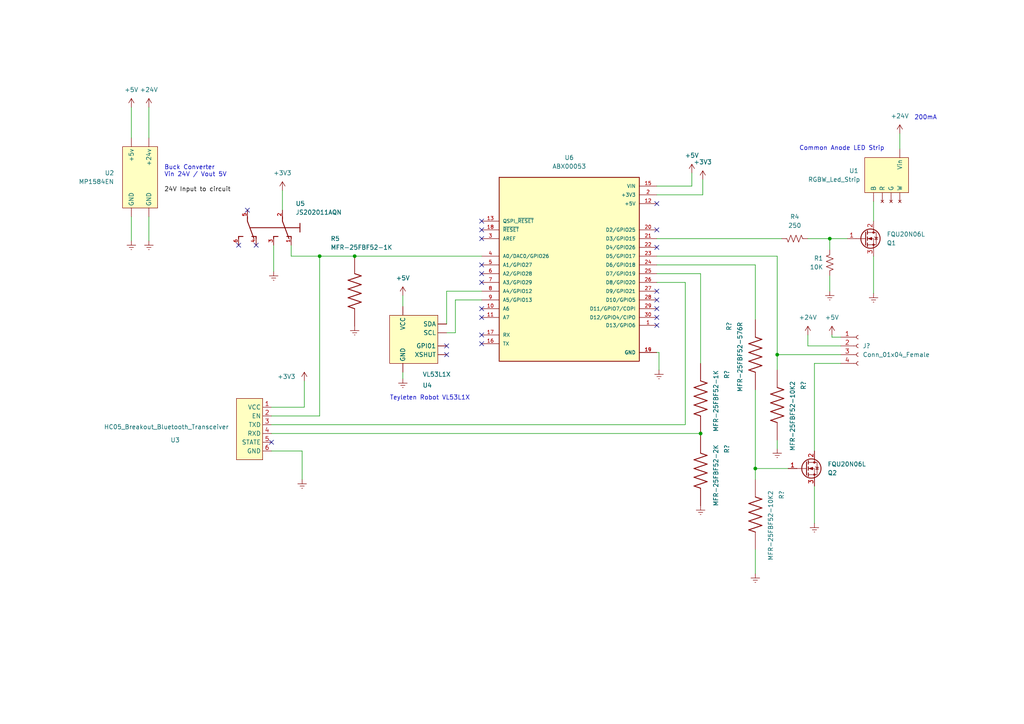
<source format=kicad_sch>
(kicad_sch (version 20211123) (generator eeschema)
  (paper "A4")
  (lib_symbols
    (symbol "+3.3V_1" (power) (pin_names (offset 0))
      (property "Value" "+3.3" (at 0 5.08 0))
      (symbol "+3.3V_1_0_1"
        (polyline (pts (xy -0.762 1.27) (xy 0 2.54)))
        (polyline (pts (xy 0 0) (xy 0 2.54)))
        (polyline (pts (xy 0 2.54) (xy 0.762 1.27)))
      )
      (symbol "+3.3V_1_1_1"
        (pin power_in line (at 0 0 90) (length 0) hide (name "+3V3") (number "1"))
      )
    )
    (symbol "Connector:Conn_01x04_Female" (pin_names (offset 1.016) hide)
      (property "Reference" "J" (at 0 5.08 0))
      (property "Value" "Conn_01x04_Female" (at 0 -7.62 0))
      (symbol "Conn_01x04_Female_1_1"
        (arc (start 0 -4.572) (mid -0.508 -5.08) (end 0 -5.588) (stroke (width 0.1524)))
        (arc (start 0 -2.032) (mid -0.508 -2.54) (end 0 -3.048) (stroke (width 0.1524)))
        (polyline (pts (xy -1.27 -5.08) (xy -0.508 -5.08)) (stroke (width 0.1524)))
        (polyline (pts (xy -1.27 -2.54) (xy -0.508 -2.54)) (stroke (width 0.1524)))
        (polyline (pts (xy -1.27 0) (xy -0.508 0)) (stroke (width 0.1524)))
        (polyline (pts (xy -1.27 2.54) (xy -0.508 2.54)) (stroke (width 0.1524)))
        (arc (start 0 0.508) (mid -0.508 0) (end 0 -0.508) (stroke (width 0.1524)))
        (arc (start 0 3.048) (mid -0.508 2.54) (end 0 2.032) (stroke (width 0.1524)))
        (pin passive line (at -5.08 2.54 0) (length 3.81) (name "Pin_1") (number "1"))
        (pin passive line (at -5.08 0 0) (length 3.81) (name "Pin_2") (number "2"))
        (pin passive line (at -5.08 -2.54 0) (length 3.81) (name "Pin_3") (number "3"))
        (pin passive line (at -5.08 -5.08 0) (length 3.81) (name "Pin_4") (number "4"))
      )
    )
    (symbol "Device:Q_NMOS_DGS" (pin_names (offset 0) hide)
      (property "Reference" "Q1" (at 6.35 -1.27 0))
      (property "Value" "FQU20N06L" (at 6.35 1.27 0))
      (symbol "Q_NMOS_DGS_0_1"
        (polyline (pts (xy 0.254 0) (xy -2.54 0)))
        (polyline (pts (xy 0.254 1.905) (xy 0.254 -1.905)) (stroke (width 0.254)))
        (polyline (pts (xy 0.762 -1.27) (xy 0.762 -2.286)) (stroke (width 0.254)))
        (polyline (pts (xy 0.762 0.508) (xy 0.762 -0.508)) (stroke (width 0.254)))
        (polyline (pts (xy 0.762 2.286) (xy 0.762 1.27)) (stroke (width 0.254)))
        (polyline (pts (xy 2.54 2.54) (xy 2.54 1.778)))
        (polyline (pts (xy 2.54 -2.54) (xy 2.54 0) (xy 0.762 0)))
        (polyline (pts (xy 0.762 -1.778) (xy 3.302 -1.778) (xy 3.302 1.778) (xy 0.762 1.778)))
        (polyline (pts (xy 1.016 0) (xy 2.032 0.381) (xy 2.032 -0.381) (xy 1.016 0)) (fill (type outline)))
        (polyline (pts (xy 2.794 0.508) (xy 2.921 0.381) (xy 3.683 0.381) (xy 3.81 0.254)))
        (polyline (pts (xy 3.302 0.381) (xy 2.921 -0.254) (xy 3.683 -0.254) (xy 3.302 0.381)))
        (circle (center 1.651 0) (radius 2.794) (stroke (width 0.254)))
        (circle (center 2.54 -1.778) (radius 0.254) (fill (type outline)))
        (circle (center 2.54 1.778) (radius 0.254) (fill (type outline)))
      )
      (symbol "Q_NMOS_DGS_1_1"
        (pin input line (at -5.08 0 0) (length 2.54) (name "G") (number "1"))
        (pin passive line (at 2.54 5.08 270) (length 2.54) (name "D") (number "2"))
        (pin passive line (at 2.54 -5.08 90) (length 2.54) (name "S") (number "3"))
      )
    )
    (symbol "Device:R_US" (pin_numbers hide) (pin_names (offset 0))
      (property "Reference" "R" (at 2.54 0 90))
      (property "Value" "R_US" (at -2.54 0 90))
      (symbol "R_US_0_1"
        (polyline (pts (xy 0 -2.286) (xy 0 -2.54)))
        (polyline (pts (xy 0 2.286) (xy 0 2.54)))
        (polyline (pts (xy 0 -0.762) (xy 1.016 -1.143) (xy 0 -1.524) (xy -1.016 -1.905) (xy 0 -2.286)))
        (polyline (pts (xy 0 0.762) (xy 1.016 0.381) (xy 0 0) (xy -1.016 -0.381) (xy 0 -0.762)))
        (polyline (pts (xy 0 2.286) (xy 1.016 1.905) (xy 0 1.524) (xy -1.016 1.143) (xy 0 0.762)))
      )
      (symbol "R_US_1_1"
        (pin passive line (at 0 3.81 270) (length 1.27) (name "~") (number "1"))
        (pin passive line (at 0 -3.81 90) (length 1.27) (name "~") (number "2"))
      )
    )
    (symbol "New_Library:MP1584EN"
      (property "Reference" "U2" (at -8.89 0 0))
      (property "Value" "MP1584EN" (at -12.7 -2.54 0))
      (symbol "MP1584EN_0_1"
        (rectangle (start -5.08 7.62) (end 5.08 -10.16) (fill (type background)))
      )
      (symbol "MP1584EN_1_1"
        (pin input line (at 2.54 10.16 270) (length 2.54) (name "+24v") (number ""))
        (pin input line (at -2.54 10.16 270) (length 2.54) (name "+5v") (number ""))
        (pin input line (at -2.54 -12.7 90) (length 2.54) (name "GND") (number ""))
        (pin input line (at 2.54 -12.7 90) (length 2.54) (name "GND") (number ""))
      )
    )
    (symbol "New_Library:RGBW_Led_Strip"
      (property "Reference" "U1" (at -12.7 3.175 90))
      (property "Value" "RGBW_Led_Strip" (at -8.89 0 90))
      (symbol "RGBW_Led_Strip_0_1"
        (rectangle (start -5.08 3.81) (end 7.62 -6.35) (fill (type background)))
      )
      (symbol "RGBW_Led_Strip_1_1"
        (pin power_out line (at 5.08 -8.89 90) (length 2.54) (name "B") (number ""))
        (pin no_connect line (at 0 -8.89 90) (length 2.54) (name "G") (number ""))
        (pin no_connect line (at 2.54 -8.89 90) (length 2.54) (name "R") (number ""))
        (pin power_in line (at -2.54 6.35 270) (length 2.54) (name "Vin") (number ""))
        (pin no_connect line (at -2.54 -8.89 90) (length 2.54) (name "W") (number ""))
      )
    )
    (symbol "New_Library:VL53L1X"
      (property "Reference" "U4" (at -3.175 -26.67 0))
      (property "Value" "VL53L1X" (at -3.175 -23.495 0))
      (symbol "VL53L1X_0_1"
        (rectangle (start -12.7 -6.35) (end 1.27 -20.32) (fill (type background)))
      )
      (symbol "VL53L1X_1_1"
        (pin power_in line (at -8.89 -22.86 90) (length 2.54) (name "GND") (number ""))
        (pin input line (at 3.81 -15.24 180) (length 2.54) (name "GPI01") (number ""))
        (pin input line (at 3.81 -11.43 180) (length 2.54) (name "SCL") (number ""))
        (pin bidirectional line (at 3.81 -8.89 180) (length 2.54) (name "SDA") (number ""))
        (pin power_in line (at -8.89 -3.81 270) (length 2.54) (name "VCC") (number ""))
        (pin input line (at 3.81 -17.78 180) (length 2.54) (name "XSHUT") (number ""))
      )
    )
    (symbol "PrezenzQ:HC05_Breakout_Bluetooth_Transceiver"
      (property "Reference" "U?" (at -25.4 -15.875 0))
      (property "Value" "HC05_Breakout_Bluetooth_Transceiver" (at -27.94 -12.065 0))
      (symbol "HC05_Breakout_Bluetooth_Transceiver_0_1"
        (rectangle (start -7.62 -3.81) (end 0 -21.59) (fill (type background)))
      )
      (symbol "HC05_Breakout_Bluetooth_Transceiver_1_1"
        (pin power_in line (at 2.54 -6.35 180) (length 2.54) (name "VCC") (number "1"))
        (pin input line (at 2.54 -8.89 180) (length 2.54) (name "EN") (number "2"))
        (pin output line (at 2.54 -11.43 180) (length 2.54) (name "TXD") (number "3"))
        (pin input line (at 2.54 -13.97 180) (length 2.54) (name "RXD") (number "4"))
        (pin input line (at 2.54 -16.51 180) (length 2.54) (name "STATE") (number "5"))
        (pin power_in line (at 2.54 -19.05 180) (length 2.54) (name "GND") (number "6"))
      )
    )
    (symbol "SnapEDA-Library:ABX00053" (pin_names (offset 1.016))
      (property "Reference" "U" (at -20.32 26.289 0))
      (property "Value" "ABX00053" (at -20.32 -30.48 0))
      (symbol "ABX00053_0_0"
        (rectangle (start -20.32 -27.94) (end 20.32 25.4) (stroke (width 0.254)) (fill (type background)))
        (pin bidirectional line (at 25.4 -17.526 180) (length 5.08) (name "D13/GPIO6") (number "1"))
        (pin bidirectional line (at -25.4 -12.7 0) (length 5.08) (name "A6") (number "10"))
        (pin bidirectional line (at -25.4 -15.24 0) (length 5.08) (name "A7") (number "11"))
        (pin power_in line (at 25.4 17.78 180) (length 5.08) (name "+5V") (number "12"))
        (pin input line (at -25.4 12.7 0) (length 5.08) (name "QSPI_~{RESET}") (number "13"))
        (pin power_in line (at 25.4 -25.4 180) (length 5.08) (name "GND") (number "14"))
        (pin power_in line (at 25.4 22.86 180) (length 5.08) (name "VIN") (number "15"))
        (pin bidirectional line (at -25.4 -22.86 0) (length 5.08) (name "TX") (number "16"))
        (pin bidirectional line (at -25.4 -20.32 0) (length 5.08) (name "RX") (number "17"))
        (pin input line (at -25.4 10.16 0) (length 5.08) (name "~{RESET}") (number "18"))
        (pin power_in line (at 25.4 -25.4 180) (length 5.08) (name "GND") (number "19"))
        (pin power_in line (at 25.4 20.32 180) (length 5.08) (name "+3V3") (number "2"))
        (pin bidirectional line (at 25.4 10.16 180) (length 5.08) (name "D2/GPIO25") (number "20"))
        (pin bidirectional line (at 25.4 7.62 180) (length 5.08) (name "D3/GPIO15") (number "21"))
        (pin bidirectional line (at 25.4 5.08 180) (length 5.08) (name "D4/GPIO26") (number "22"))
        (pin bidirectional line (at 25.4 2.54 180) (length 5.08) (name "D5/GPIO17") (number "23"))
        (pin bidirectional line (at 25.4 0 180) (length 5.08) (name "D6/GPIO18") (number "24"))
        (pin bidirectional line (at 25.4 -2.54 180) (length 5.08) (name "D7/GPIO19") (number "25"))
        (pin bidirectional line (at 25.4 -5.08 180) (length 5.08) (name "D8/GPIO20") (number "26"))
        (pin bidirectional line (at 25.4 -7.62 180) (length 5.08) (name "D9/GPIO21") (number "27"))
        (pin bidirectional line (at 25.4 -10.16 180) (length 5.08) (name "D10/GPIO5") (number "28"))
        (pin bidirectional line (at 25.4 -12.7 180) (length 5.08) (name "D11/GPIO7/COPI") (number "29"))
        (pin bidirectional line (at -25.4 7.62 0) (length 5.08) (name "AREF") (number "3"))
        (pin bidirectional line (at 25.4 -15.24 180) (length 5.08) (name "D12/GPIO4/CIPO") (number "30"))
        (pin bidirectional line (at -25.4 2.54 0) (length 5.08) (name "A0/DAC0/GPIO26") (number "4"))
        (pin bidirectional line (at -25.4 0 0) (length 5.08) (name "A1/GPIO27") (number "5"))
        (pin bidirectional line (at -25.4 -2.54 0) (length 5.08) (name "A2/GPIO28") (number "6"))
        (pin bidirectional line (at -25.4 -5.08 0) (length 5.08) (name "A3/GPIO29") (number "7"))
        (pin bidirectional line (at -25.4 -7.62 0) (length 5.08) (name "A4/GPIO12") (number "8"))
        (pin bidirectional line (at -25.4 -10.16 0) (length 5.08) (name "A5/GPIO13") (number "9"))
      )
    )
    (symbol "SnapEDA-Library:JS202011AQN" (pin_names (offset 1.016) hide)
      (property "Reference" "U" (at 15.24 -2.54 90))
      (property "Value" "JS202011AQN" (at 17.78 -2.54 90))
      (symbol "JS202011AQN_0_0"
        (polyline (pts (xy -5.08 1.27) (xy -5.08 -1.27)) (stroke (width 0.254)))
        (polyline (pts (xy -2.54 2.54) (xy -2.54 3.175)) (stroke (width 0.254)))
        (polyline (pts (xy -2.54 2.54) (xy -1.27 2.54)) (stroke (width 0.254)))
        (polyline (pts (xy 0 -3.175) (xy 0 -1.905)) (stroke (width 0.254)))
        (polyline (pts (xy 0 -1.905) (xy -1.905 3.175)) (stroke (width 0.254)))
        (polyline (pts (xy 1.27 2.54) (xy 2.54 2.54)) (stroke (width 0.254)))
        (polyline (pts (xy 2.54 2.54) (xy 2.54 3.175)) (stroke (width 0.254)))
        (polyline (pts (xy 7.62 2.54) (xy 7.62 3.175)) (stroke (width 0.254)))
        (polyline (pts (xy 7.62 2.54) (xy 8.89 2.54)) (stroke (width 0.254)))
        (polyline (pts (xy 9.398 0) (xy -5.08 0)) (stroke (width 0.254)))
        (polyline (pts (xy 10.16 -3.175) (xy 10.16 -1.905)) (stroke (width 0.254)))
        (polyline (pts (xy 10.16 -1.905) (xy 8.255 3.175)) (stroke (width 0.254)))
        (polyline (pts (xy 11.43 2.54) (xy 12.7 2.54)) (stroke (width 0.254)))
        (polyline (pts (xy 12.7 2.54) (xy 12.7 3.175)) (stroke (width 0.254)))
        (pin passive line (at -2.54 5.08 270) (length 2.54) (name "~") (number "1"))
        (pin passive line (at 0 -5.08 90) (length 2.54) (name "~") (number "2"))
        (pin passive line (at 2.54 5.08 270) (length 2.54) (name "~") (number "3"))
        (pin passive line (at 7.62 5.08 270) (length 2.54) (name "~") (number "4"))
        (pin passive line (at 10.16 -5.08 90) (length 2.54) (name "~") (number "5"))
        (pin passive line (at 12.7 5.08 270) (length 2.54) (name "~") (number "6"))
      )
    )
    (symbol "SnapEDA-Library:MFR-25FBF52-1K" (pin_numbers hide) (pin_names (offset 1.016) hide)
      (property "Reference" "R" (at -7.62 2.54 0))
      (property "Value" "MFR-25FBF52-1K" (at -7.62 -5.08 0))
      (symbol "MFR-25FBF52-1K_0_0"
        (polyline (pts (xy -5.08 0) (xy -4.445 1.905)) (stroke (width 0.254)))
        (polyline (pts (xy -4.445 1.905) (xy -3.175 -1.905)) (stroke (width 0.254)))
        (polyline (pts (xy -3.175 -1.905) (xy -1.905 1.905)) (stroke (width 0.254)))
        (polyline (pts (xy -1.905 1.905) (xy -0.635 -1.905)) (stroke (width 0.254)))
        (polyline (pts (xy -0.635 -1.905) (xy 0.635 1.905)) (stroke (width 0.254)))
        (polyline (pts (xy 0.635 1.905) (xy 1.905 -1.905)) (stroke (width 0.254)))
        (polyline (pts (xy 1.905 -1.905) (xy 3.175 1.905)) (stroke (width 0.254)))
        (polyline (pts (xy 3.175 1.905) (xy 4.445 -1.905)) (stroke (width 0.254)))
        (polyline (pts (xy 4.445 -1.905) (xy 5.08 0)) (stroke (width 0.254)))
        (pin passive line (at -10.16 0 0) (length 5.08) (name "~") (number "1"))
        (pin passive line (at 10.16 0 180) (length 5.08) (name "~") (number "2"))
      )
    )
    (symbol "power:+24V" (power) (pin_names (offset 0))
      (property "Value" "+24V" (at 0 3.556 0))
      (symbol "+24V_0_1"
        (polyline (pts (xy -0.762 1.27) (xy 0 2.54)))
        (polyline (pts (xy 0 0) (xy 0 2.54)))
        (polyline (pts (xy 0 2.54) (xy 0.762 1.27)))
      )
      (symbol "+24V_1_1"
        (pin power_in line (at 0 0 90) (length 0) hide (name "+24V") (number "1"))
      )
    )
    (symbol "power:+3.3V" (power) (pin_names (offset 0))
      (property "Value" "+3.3V" (at 0 3.556 0))
      (symbol "+3.3V_0_1"
        (polyline (pts (xy -0.762 1.27) (xy 0 2.54)))
        (polyline (pts (xy 0 0) (xy 0 2.54)))
        (polyline (pts (xy 0 2.54) (xy 0.762 1.27)))
      )
      (symbol "+3.3V_1_1"
        (pin power_in line (at 0 0 90) (length 0) hide (name "+3V3") (number "1"))
      )
    )
    (symbol "power:+5V" (power) (pin_names (offset 0))
      (property "Value" "+5V" (at 0 3.556 0))
      (symbol "+5V_0_1"
        (polyline (pts (xy -0.762 1.27) (xy 0 2.54)))
        (polyline (pts (xy 0 0) (xy 0 2.54)))
        (polyline (pts (xy 0 2.54) (xy 0.762 1.27)))
      )
      (symbol "+5V_1_1"
        (pin power_in line (at 0 0 90) (length 0) hide (name "+5V") (number "1"))
      )
    )
    (symbol "power:Earth" (power) (pin_names (offset 0))
      (symbol "Earth_0_1"
        (polyline (pts (xy -0.635 -1.905) (xy 0.635 -1.905)))
        (polyline (pts (xy -0.127 -2.54) (xy 0.127 -2.54)))
        (polyline (pts (xy 0 -1.27) (xy 0 0)))
        (polyline (pts (xy 1.27 -1.27) (xy -1.27 -1.27)))
      )
      (symbol "Earth_1_1"
        (pin power_in line (at 0 0 270) (length 0) hide (name "Earth") (number "1"))
      )
    )
  )
  (junction (at 203.2 125.73))
  (junction (at 225.425 102.87))
  (junction (at 240.665 69.215))
  (junction (at 92.71 74.295))
  (junction (at 102.87 74.295))
  (junction (at 219.075 135.89))
  (no_connect (at 69.215 71.12))
  (no_connect (at 74.295 71.12))
  (no_connect (at 71.755 60.96))
  (no_connect (at 139.7 97.155))
  (no_connect (at 139.7 92.075))
  (no_connect (at 139.7 89.535))
  (no_connect (at 139.7 99.695))
  (no_connect (at 139.7 81.915))
  (no_connect (at 139.7 79.375))
  (no_connect (at 139.7 76.835))
  (no_connect (at 139.7 66.675))
  (no_connect (at 139.7 69.215))
  (no_connect (at 139.7 64.135))
  (no_connect (at 190.5 59.055))
  (no_connect (at 190.5 71.755))
  (no_connect (at 190.5 84.455))
  (no_connect (at 190.5 86.995))
  (no_connect (at 190.5 89.535))
  (no_connect (at 190.5 92.075))
  (no_connect (at 190.5 66.675))
  (no_connect (at 78.74 128.27))
  (no_connect (at 129.54 102.87))
  (no_connect (at 129.54 100.33))
  (no_connect (at 190.5 94.361))
  (wire (pts (xy 92.71 74.295) (xy 84.455 74.295)))
  (wire (pts (xy 240.665 80.01) (xy 240.665 84.455)))
  (wire (pts (xy 43.18 62.865) (xy 43.18 69.85)))
  (wire (pts (xy 81.915 55.245) (xy 81.915 60.96)))
  (wire (pts (xy 219.075 76.835) (xy 219.075 92.71)))
  (wire (pts (xy 234.315 100.33) (xy 234.315 97.155)))
  (wire (pts (xy 219.075 139.065) (xy 219.075 135.89)))
  (wire (pts (xy 191.135 102.235) (xy 191.135 107.315)))
  (wire (pts (xy 198.755 81.915) (xy 198.755 123.19)))
  (wire (pts (xy 236.22 105.41) (xy 243.84 105.41)))
  (wire (pts (xy 78.74 120.65) (xy 92.71 120.65)))
  (wire (pts (xy 225.425 102.87) (xy 225.425 107.315)))
  (wire (pts (xy 260.985 38.735) (xy 260.985 43.18)))
  (wire (pts (xy 190.5 102.235) (xy 191.135 102.235)))
  (wire (pts (xy 225.425 74.295) (xy 225.425 102.87)))
  (wire (pts (xy 38.1 62.865) (xy 38.1 69.85)))
  (wire (pts (xy 79.375 71.12) (xy 79.375 78.74)))
  (wire (pts (xy 78.74 125.73) (xy 203.2 125.73)))
  (wire (pts (xy 129.54 84.455) (xy 129.54 93.98)))
  (wire (pts (xy 219.075 135.89) (xy 228.6 135.89)))
  (wire (pts (xy 87.63 130.81) (xy 87.63 139.065)))
  (wire (pts (xy 203.2 126.365) (xy 203.2 125.73)))
  (wire (pts (xy 253.365 74.295) (xy 253.365 85.09)))
  (wire (pts (xy 139.7 74.295) (xy 102.87 74.295)))
  (wire (pts (xy 116.84 88.9) (xy 116.84 85.725)))
  (wire (pts (xy 219.075 113.03) (xy 219.075 135.89)))
  (wire (pts (xy 241.3 97.79) (xy 241.3 97.155)))
  (wire (pts (xy 190.5 56.515) (xy 203.835 56.515)))
  (wire (pts (xy 203.835 56.515) (xy 203.835 52.07)))
  (wire (pts (xy 88.265 110.49) (xy 88.265 118.11)))
  (wire (pts (xy 139.7 84.455) (xy 129.54 84.455)))
  (wire (pts (xy 203.2 79.375) (xy 190.5 79.375)))
  (wire (pts (xy 240.665 72.39) (xy 240.665 69.215)))
  (wire (pts (xy 236.22 140.97) (xy 236.22 151.765)))
  (wire (pts (xy 219.075 159.385) (xy 219.075 166.37)))
  (wire (pts (xy 200.66 53.975) (xy 190.5 53.975)))
  (wire (pts (xy 190.5 69.215) (xy 226.695 69.215)))
  (wire (pts (xy 92.71 74.295) (xy 92.71 120.65)))
  (wire (pts (xy 200.66 53.975) (xy 200.66 50.165)))
  (wire (pts (xy 190.5 76.835) (xy 219.075 76.835)))
  (wire (pts (xy 78.74 123.19) (xy 198.755 123.19)))
  (wire (pts (xy 225.425 127.635) (xy 225.425 130.175)))
  (wire (pts (xy 92.71 74.295) (xy 102.87 74.295)))
  (wire (pts (xy 132.08 96.52) (xy 132.08 86.995)))
  (wire (pts (xy 203.2 79.375) (xy 203.2 105.41)))
  (wire (pts (xy 241.3 97.79) (xy 243.84 97.79)))
  (wire (pts (xy 132.08 86.995) (xy 139.7 86.995)))
  (wire (pts (xy 190.5 74.295) (xy 225.425 74.295)))
  (wire (pts (xy 84.455 71.12) (xy 84.455 74.295)))
  (wire (pts (xy 225.425 102.87) (xy 243.84 102.87)))
  (wire (pts (xy 236.22 105.41) (xy 236.22 130.81)))
  (wire (pts (xy 243.84 100.33) (xy 234.315 100.33)))
  (wire (pts (xy 240.665 69.215) (xy 234.315 69.215)))
  (wire (pts (xy 88.265 118.11) (xy 78.74 118.11)))
  (wire (pts (xy 43.18 31.115) (xy 43.18 40.005)))
  (wire (pts (xy 116.84 107.95) (xy 116.84 109.855)))
  (wire (pts (xy 38.1 31.115) (xy 38.1 40.005)))
  (wire (pts (xy 198.755 81.915) (xy 190.5 81.915)))
  (wire (pts (xy 253.365 58.42) (xy 253.365 64.135)))
  (wire (pts (xy 245.745 69.215) (xy 240.665 69.215)))
  (wire (pts (xy 129.54 96.52) (xy 132.08 96.52)))
  (wire (pts (xy 78.74 130.81) (xy 87.63 130.81)))
  (text "Buck Converter\nVin 24V / Vout 5V" (at 47.625 51.435 0) (effects (font (size 1.27 1.27)) (justify left bottom)))
  (text "200mA" (at 271.78 34.925 180) (effects (font (size 1.27 1.27)) (justify right bottom)))
  (text "Teyleten Robot VL53L1X" (at 113.03 116.205 0) (effects (font (size 1.27 1.27)) (justify left bottom)))
  (text "Common Anode LED Strip" (at 256.54 43.815 180) (effects (font (size 1.27 1.27)) (justify right bottom)))
  (label "24V Input to circuit" (at 47.625 55.88 0))
  (symbol (lib_id "SnapEDA-Library:MFR-25FBF52-1K") (at 203.2 115.57 270) (unit 1)
    (property "Reference" "R?" (at 210.82 107.315 0) (effects (justify left)))
    (property "Value" "MFR-25FBF52-1K" (at 207.645 107.315 0) (effects (justify left)))
    (property "Footprint" "MFR-25FBF52-1K_RESAD1100W55L680D260" (effects hide))
    (property "PARTREV" "201304" (effects hide))
    (property "MANUFACTURER" "Yageo Corporation" (effects hide))
    (property "STANDARD" "IPC 7351B" (effects hide))
    (property "MAXIMUM_PACKAGE_HEIGHT" "2.6mm" (effects hide))
  )
  (symbol (lib_id "power:+5V") (at 200.66 50.165 0) (unit 1)
    (property "Reference" "#PWR012" (effects hide))
    (property "Value" "+5V" (at 200.66 45.085 0))
  )
  (symbol (lib_id "SnapEDA-Library:ABX00053") (at 165.1 76.835 0) (unit 1)
    (property "Reference" "U6" (at 165.1 45.72 0))
    (property "Value" "ABX00053" (at 165.1 48.26 0))
    (property "Footprint" "MODULE_ABX00053" (effects hide))
    (property "MANUFACTURER" "Arduino" (effects hide))
    (property "PARTREV" "Rev. 01 - 14/05/2021" (effects hide))
    (property "STANDARD" "Manufacturer Recommendations" (effects hide))
  )
  (symbol (lib_id "power:Earth") (at 102.87 94.615 0) (unit 1)
    (property "Reference" "#PWR018" (effects hide))
    (property "Value" "Earth" (effects hide))
  )
  (symbol (lib_id "power:Earth") (at 191.135 107.315 0) (unit 1)
    (property "Reference" "#PWR011" (effects hide))
    (property "Value" "Earth" (effects hide))
  )
  (symbol (lib_id "power:+3.3V") (at 88.265 110.49 0) (mirror y) (unit 1)
    (property "Reference" "#PWR014" (effects hide))
    (property "Value" "+3.3V" (at 85.725 109.2199 0) (effects (justify left)))
  )
  (symbol (lib_id "power:Earth") (at 38.1 69.85 0) (unit 1)
    (property "Reference" "#PWR03" (effects hide))
    (property "Value" "Earth" (effects hide))
  )
  (symbol (lib_id "Device:Q_NMOS_DGS") (at 250.825 69.215 0) (unit 1)
    (property "Reference" "Q1" (at 257.175 70.485 0) (effects (justify left)))
    (property "Value" "FQU20N06L" (at 257.175 67.945 0) (effects (justify left)))
  )
  (symbol (lib_name "+3.3V_1") (lib_id "power:+3.3V") (at 203.835 52.07 0) (unit 1)
    (property "Reference" "#PWR010" (effects hide))
    (property "Value" "+3.3V" (at 203.835 46.99 0))
  )
  (symbol (lib_id "power:Earth") (at 87.63 139.065 0) (mirror y) (unit 1)
    (property "Reference" "#PWR015" (effects hide))
    (property "Value" "Earth" (effects hide))
  )
  (symbol (lib_id "power:Earth") (at 236.22 151.765 0) (mirror y) (unit 1)
    (property "Reference" "#PWR021" (effects hide))
    (property "Value" "Earth" (effects hide))
  )
  (symbol (lib_id "power:Earth") (at 225.425 130.175 0) (mirror y) (unit 1)
    (property "Reference" "#PWR020" (effects hide))
    (property "Value" "Earth" (effects hide))
  )
  (symbol (lib_id "power:Earth") (at 43.18 69.85 0) (unit 1)
    (property "Reference" "#PWR04" (effects hide))
    (property "Value" "Earth" (effects hide))
  )
  (symbol (lib_id "power:Earth") (at 240.665 84.455 0) (mirror y) (unit 1)
    (property "Reference" "#PWR07" (effects hide))
    (property "Value" "Earth" (effects hide))
  )
  (symbol (lib_id "power:+5V") (at 116.84 85.725 0) (unit 1)
    (property "Reference" "#PWR08" (effects hide))
    (property "Value" "+5V" (at 116.84 80.645 0))
  )
  (symbol (lib_id "power:Earth") (at 116.84 109.855 0) (unit 1)
    (property "Reference" "#PWR09" (effects hide))
    (property "Value" "Earth" (effects hide))
  )
  (symbol (lib_id "power:Earth") (at 203.2 146.685 0) (mirror y) (unit 1)
    (property "Reference" "#PWR013" (effects hide))
    (property "Value" "Earth" (effects hide))
  )
  (symbol (lib_id "SnapEDA-Library:MFR-25FBF52-1K") (at 219.075 102.87 270) (unit 1)
    (property "Reference" "R?" (at 211.455 93.345 0) (effects (justify left)))
    (property "Value" "MFR-25FBF52-576R" (at 214.63 93.345 0) (effects (justify left)))
    (property "Footprint" "MFR-25FBF52-1K_RESAD1100W55L680D260" (effects hide))
    (property "PARTREV" "201304" (effects hide))
    (property "MANUFACTURER" "Yageo Corporation" (effects hide))
    (property "STANDARD" "IPC 7351B" (effects hide))
    (property "MAXIMUM_PACKAGE_HEIGHT" "2.6mm" (effects hide))
  )
  (symbol (lib_id "SnapEDA-Library:MFR-25FBF52-1K") (at 225.425 117.475 270) (unit 1)
    (property "Reference" "R?" (at 233.045 110.49 0) (effects (justify left)))
    (property "Value" "MFR-25FBF52-10K2" (at 229.87 110.49 0) (effects (justify left)))
    (property "Footprint" "MFR-25FBF52-1K_RESAD1100W55L680D260" (effects hide))
    (property "PARTREV" "201304" (effects hide))
    (property "MANUFACTURER" "Yageo Corporation" (effects hide))
    (property "STANDARD" "IPC 7351B" (effects hide))
    (property "MAXIMUM_PACKAGE_HEIGHT" "2.6mm" (effects hide))
  )
  (symbol (lib_id "SnapEDA-Library:MFR-25FBF52-1K") (at 102.87 84.455 270) (unit 1)
    (property "Reference" "R5" (at 95.885 69.215 90) (effects (justify left)))
    (property "Value" "MFR-25FBF52-1K" (at 95.885 71.755 90) (effects (justify left)))
    (property "Footprint" "MFR-25FBF52-1K_RESAD1100W55L680D260" (effects hide))
    (property "PARTREV" "201304" (effects hide))
    (property "MANUFACTURER" "Yageo Corporation" (effects hide))
    (property "STANDARD" "IPC 7351B" (effects hide))
    (property "MAXIMUM_PACKAGE_HEIGHT" "2.6mm" (effects hide))
  )
  (symbol (lib_id "power:+5V") (at 38.1 31.115 0) (unit 1)
    (property "Reference" "#PWR01" (effects hide))
    (property "Value" "+5V" (at 38.1 26.035 0))
  )
  (symbol (lib_id "Device:R_US") (at 230.505 69.215 270) (mirror x) (unit 1)
    (property "Reference" "R4" (at 230.505 62.865 90))
    (property "Value" "250" (at 230.505 65.405 90))
  )
  (symbol (lib_id "power:Earth") (at 79.375 78.74 0) (unit 1)
    (property "Reference" "#PWR016" (effects hide))
    (property "Value" "Earth" (effects hide))
  )
  (symbol (lib_id "New_Library:VL53L1X") (at 125.73 85.09 0) (unit 1)
    (property "Reference" "U4" (at 122.555 111.76 0) (effects (justify left)))
    (property "Value" "VL53L1X" (at 122.555 108.585 0) (effects (justify left)))
  )
  (symbol (lib_id "power:Earth") (at 253.365 85.09 0) (mirror y) (unit 1)
    (property "Reference" "#PWR06" (effects hide))
    (property "Value" "Earth" (effects hide))
  )
  (symbol (lib_name "+3.3V_1") (lib_id "power:+3.3V") (at 81.915 55.245 0) (unit 1)
    (property "Reference" "#PWR017" (effects hide))
    (property "Value" "+3.3V" (at 81.915 50.165 0))
  )
  (symbol (lib_id "Connector:Conn_01x04_Female") (at 248.92 100.33 0) (unit 1)
    (property "Reference" "J?" (at 250.19 100.3299 0) (effects (justify left)))
    (property "Value" "Conn_01x04_Female" (at 250.19 102.8699 0) (effects (justify left)))
    (property "Footprint" "Connector_PinSocket_2.54mm:PinSocket_1x04_P2.54mm_Horizontal" (effects hide))
  )
  (symbol (lib_id "SnapEDA-Library:MFR-25FBF52-1K") (at 219.075 149.225 270) (unit 1)
    (property "Reference" "R?" (at 226.695 142.24 0) (effects (justify left)))
    (property "Value" "MFR-25FBF52-10K2" (at 223.52 142.24 0) (effects (justify left)))
    (property "Footprint" "MFR-25FBF52-1K_RESAD1100W55L680D260" (effects hide))
    (property "PARTREV" "201304" (effects hide))
    (property "MANUFACTURER" "Yageo Corporation" (effects hide))
    (property "STANDARD" "IPC 7351B" (effects hide))
    (property "MAXIMUM_PACKAGE_HEIGHT" "2.6mm" (effects hide))
  )
  (symbol (lib_id "SnapEDA-Library:MFR-25FBF52-1K") (at 203.2 136.525 270) (unit 1)
    (property "Reference" "R?" (at 210.82 128.905 0) (effects (justify left)))
    (property "Value" "MFR-25FBF52-2K" (at 207.645 128.905 0) (effects (justify left)))
    (property "Footprint" "MFR-25FBF52-1K_RESAD1100W55L680D260" (effects hide))
    (property "PARTREV" "201304" (effects hide))
    (property "MANUFACTURER" "Yageo Corporation" (effects hide))
    (property "STANDARD" "IPC 7351B" (effects hide))
    (property "MAXIMUM_PACKAGE_HEIGHT" "2.6mm" (effects hide))
  )
  (symbol (lib_id "New_Library:MP1584EN") (at 40.64 50.165 0) (unit 1)
    (property "Reference" "U2" (at 31.75 50.165 0))
    (property "Value" "MP1584EN" (at 27.94 52.705 0))
    (property "Footprint" "Library:eBoot Mini MP1584EN DC-DC Buck Converter Adjustable Power Supply Module 24V to 12V 9V 5V 3V" (effects hide))
  )
  (symbol (lib_id "power:Earth") (at 219.075 166.37 0) (mirror y) (unit 1)
    (property "Reference" "#PWR019" (effects hide))
    (property "Value" "Earth" (effects hide))
  )
  (symbol (lib_id "power:+5V") (at 241.3 97.155 0) (unit 1)
    (property "Reference" "#PWR022" (effects hide))
    (property "Value" "+5V" (at 241.3 92.075 0))
  )
  (symbol (lib_id "PrezenzQ:HC05_Breakout_Bluetooth_Transceiver") (at 76.2 111.76 0) (unit 1)
    (property "Reference" "U3" (at 50.8 127.635 0))
    (property "Value" "HC05_Breakout_Bluetooth_Transceiver" (at 48.26 123.825 0))
    (property "Footprint" "PrezenzQ:HC05 Breakout Bluetooth Transceiver" (effects hide))
  )
  (symbol (lib_id "power:+24V") (at 260.985 38.735 0) (mirror y) (unit 1)
    (property "Reference" "#PWR05" (effects hide))
    (property "Value" "+24V" (at 260.985 33.655 0))
  )
  (symbol (lib_id "power:+24V") (at 43.18 31.115 0) (unit 1)
    (property "Reference" "#PWR02" (effects hide))
    (property "Value" "+24V" (at 43.18 26.035 0))
  )
  (symbol (lib_id "power:+24V") (at 234.315 97.155 0) (mirror y) (unit 1)
    (property "Reference" "#PWR023" (effects hide))
    (property "Value" "+24V" (at 234.315 92.075 0))
  )
  (symbol (lib_id "New_Library:RGBW_Led_Strip") (at 258.445 49.53 0) (mirror y) (unit 1)
    (property "Reference" "U1" (at 247.65 49.53 0))
    (property "Value" "RGBW_Led_Strip" (at 241.935 52.07 0))
  )
  (symbol (lib_id "SnapEDA-Library:JS202011AQN") (at 81.915 66.04 180) (unit 1)
    (property "Reference" "U5" (at 85.725 59.055 0) (effects (justify right)))
    (property "Value" "JS202011AQN" (at 85.725 61.595 0) (effects (justify right)))
    (property "Footprint" "Button_Switch_THT:SW_CuK_JS202011AQN_DPDT_Angled" (effects hide))
  )
  (symbol (lib_id "Device:R_US") (at 240.665 76.2 0) (mirror x) (unit 1)
    (property "Reference" "R1" (at 238.76 74.9299 0) (effects (justify right)))
    (property "Value" "10K" (at 238.76 77.4699 0) (effects (justify right)))
  )
  (symbol (lib_id "Device:Q_NMOS_DGS") (at 233.68 135.89 0) (unit 1)
    (property "Reference" "Q2" (at 240.03 137.16 0) (effects (justify left)))
    (property "Value" "FQU20N06L" (at 240.03 134.62 0) (effects (justify left)))
  )
)
</source>
